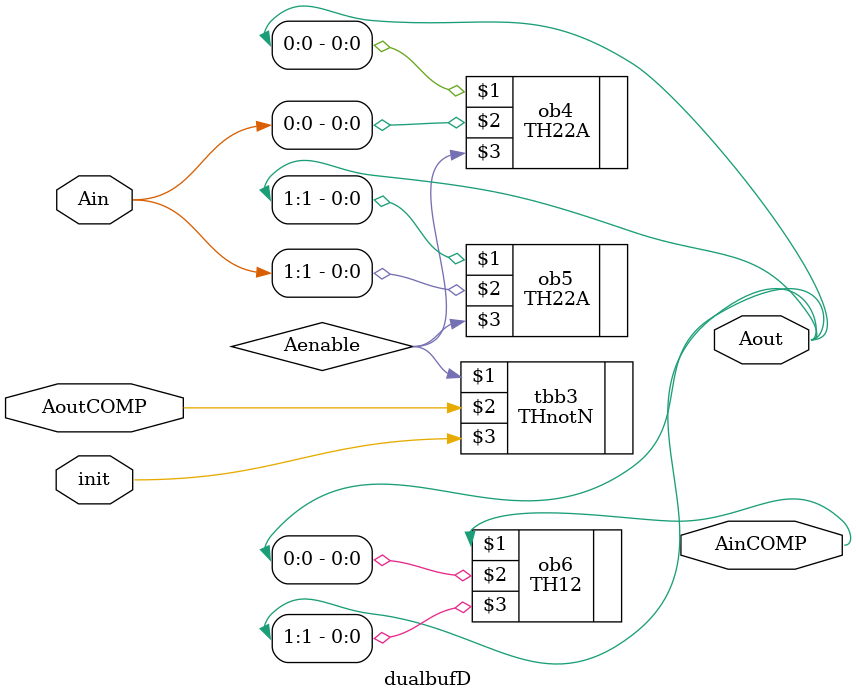
<source format=v>
`timescale 10ps / 1ps

module dualbufD(output [1:0] Aout, input AoutCOMP, input [1:0] Ain, output AinCOMP, input init);

// 2D array node
THnotN  tbb3(Aenable, AoutCOMP, init);
TH22A  ob4 (Aout[0], Ain[0], Aenable);
TH22A  ob5 (Aout[1], Ain[1], Aenable);
TH12  ob6 (AinCOMP, Aout[0], Aout[1]);

endmodule

</source>
